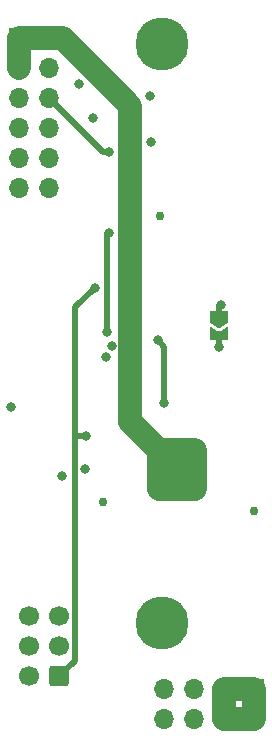
<source format=gbr>
%TF.GenerationSoftware,KiCad,Pcbnew,8.0.6*%
%TF.CreationDate,2025-02-12T14:43:40-05:00*%
%TF.ProjectId,PwrModule,5077724d-6f64-4756-9c65-2e6b69636164,rev?*%
%TF.SameCoordinates,Original*%
%TF.FileFunction,Copper,L1,Top*%
%TF.FilePolarity,Positive*%
%FSLAX46Y46*%
G04 Gerber Fmt 4.6, Leading zero omitted, Abs format (unit mm)*
G04 Created by KiCad (PCBNEW 8.0.6) date 2025-02-12 14:43:40*
%MOMM*%
%LPD*%
G01*
G04 APERTURE LIST*
G04 Aperture macros list*
%AMRoundRect*
0 Rectangle with rounded corners*
0 $1 Rounding radius*
0 $2 $3 $4 $5 $6 $7 $8 $9 X,Y pos of 4 corners*
0 Add a 4 corners polygon primitive as box body*
4,1,4,$2,$3,$4,$5,$6,$7,$8,$9,$2,$3,0*
0 Add four circle primitives for the rounded corners*
1,1,$1+$1,$2,$3*
1,1,$1+$1,$4,$5*
1,1,$1+$1,$6,$7*
1,1,$1+$1,$8,$9*
0 Add four rect primitives between the rounded corners*
20,1,$1+$1,$2,$3,$4,$5,0*
20,1,$1+$1,$4,$5,$6,$7,0*
20,1,$1+$1,$6,$7,$8,$9,0*
20,1,$1+$1,$8,$9,$2,$3,0*%
%AMFreePoly0*
4,1,6,1.000000,0.000000,0.500000,-0.750000,-0.500000,-0.750000,-0.500000,0.750000,0.500000,0.750000,1.000000,0.000000,1.000000,0.000000,$1*%
%AMFreePoly1*
4,1,6,0.500000,-0.750000,-0.650000,-0.750000,-0.150000,0.000000,-0.650000,0.750000,0.500000,0.750000,0.500000,-0.750000,0.500000,-0.750000,$1*%
G04 Aperture macros list end*
%TA.AperFunction,ComponentPad*%
%ADD10R,1.700000X1.700000*%
%TD*%
%TA.AperFunction,ComponentPad*%
%ADD11O,1.700000X1.700000*%
%TD*%
%TA.AperFunction,SMDPad,CuDef*%
%ADD12C,0.750000*%
%TD*%
%TA.AperFunction,ComponentPad*%
%ADD13C,4.500000*%
%TD*%
%TA.AperFunction,ComponentPad*%
%ADD14RoundRect,0.250000X0.600000X0.600000X-0.600000X0.600000X-0.600000X-0.600000X0.600000X-0.600000X0*%
%TD*%
%TA.AperFunction,ComponentPad*%
%ADD15C,1.700000*%
%TD*%
%TA.AperFunction,SMDPad,CuDef*%
%ADD16FreePoly0,270.000000*%
%TD*%
%TA.AperFunction,SMDPad,CuDef*%
%ADD17FreePoly1,270.000000*%
%TD*%
%TA.AperFunction,ViaPad*%
%ADD18C,0.800000*%
%TD*%
%TA.AperFunction,Conductor*%
%ADD19C,0.500000*%
%TD*%
%TA.AperFunction,Conductor*%
%ADD20C,2.000000*%
%TD*%
G04 APERTURE END LIST*
D10*
%TO.P,J14,1,Pin_1*%
%TO.N,VCC*%
X124000000Y-98100000D03*
D11*
%TO.P,J14,2,Pin_2*%
X124000000Y-100640000D03*
%TO.P,J14,3,Pin_3*%
X121460000Y-98100000D03*
%TO.P,J14,4,Pin_4*%
X121460000Y-100640000D03*
%TO.P,J14,5,Pin_5*%
%TO.N,GND*%
X118920000Y-98100000D03*
%TO.P,J14,6,Pin_6*%
X118920000Y-100640000D03*
%TO.P,J14,7,Pin_7*%
X116380000Y-98100000D03*
%TO.P,J14,8,Pin_8*%
X116380000Y-100640000D03*
%TD*%
D12*
%TO.P,FID2,*%
%TO.N,*%
X124000000Y-83000000D03*
%TD*%
D10*
%TO.P,J11,1,Pin_1*%
%TO.N,+5V*%
X104050000Y-42975000D03*
D11*
%TO.P,J11,2,Pin_2*%
X106590000Y-42975000D03*
%TO.P,J11,3,Pin_3*%
X104050000Y-45515000D03*
%TO.P,J11,4,Pin_4*%
%TO.N,UPDI*%
X106590000Y-45515000D03*
%TO.P,J11,5,Pin_5*%
%TO.N,Net-(J11-Pin_5)*%
X104050000Y-48055000D03*
%TO.P,J11,6,Pin_6*%
%TO.N,Net-(J11-Pin_6)*%
X106590000Y-48055000D03*
%TO.P,J11,7,Pin_7*%
%TO.N,Red*%
X104050000Y-50595000D03*
%TO.P,J11,8,Pin_8*%
%TO.N,Green*%
X106590000Y-50595000D03*
%TO.P,J11,9,Pin_9*%
%TO.N,Net-(J11-Pin_9)*%
X104050000Y-53135000D03*
%TO.P,J11,10,Pin_10*%
%TO.N,GND*%
X106590000Y-53135000D03*
%TO.P,J11,11,Pin_11*%
X104050000Y-55675000D03*
%TO.P,J11,12,Pin_12*%
X106590000Y-55675000D03*
%TD*%
D13*
%TO.P,H5,1*%
%TO.N,N/C*%
X116200000Y-92480000D03*
%TD*%
D14*
%TO.P,J1,1,Pin_1*%
%TO.N,VCC_*%
X107500000Y-97000000D03*
D15*
%TO.P,J1,2,Pin_2*%
%TO.N,Red*%
X104960000Y-97000000D03*
%TO.P,J1,3,Pin_3*%
%TO.N,Green*%
X107500000Y-94460000D03*
%TO.P,J1,4,Pin_4*%
%TO.N,Blue*%
X104960000Y-94460000D03*
%TO.P,J1,5,Pin_5*%
%TO.N,Signal*%
X107500000Y-91920000D03*
%TO.P,J1,6,Pin_6*%
%TO.N,GND*%
X104960000Y-91920000D03*
%TD*%
D16*
%TO.P,JP1,1,A*%
%TO.N,Net-(JP1-A)*%
X121000000Y-66550000D03*
D17*
%TO.P,JP1,2,B*%
%TO.N,GND*%
X121000000Y-68000000D03*
%TD*%
D12*
%TO.P,FID6,*%
%TO.N,*%
X111200000Y-82200000D03*
%TD*%
D13*
%TO.P,H1,1*%
%TO.N,N/C*%
X116200000Y-43480000D03*
%TD*%
D12*
%TO.P,FID4,*%
%TO.N,*%
X116000000Y-58000000D03*
%TD*%
D18*
%TO.N,GND*%
X121000000Y-69100000D03*
X115290000Y-51740000D03*
X109170000Y-46870000D03*
X115180000Y-47860000D03*
X107750000Y-80000000D03*
%TO.N,Pwr_off*%
X110330000Y-49740000D03*
X111920000Y-69027171D03*
%TO.N,Pwr_mon*%
X111570000Y-67850000D03*
X111720000Y-59450000D03*
%TO.N,Signal*%
X109650000Y-79450000D03*
X103425000Y-74230001D03*
%TO.N,+5V*%
X115905000Y-81165000D03*
X115905000Y-77815000D03*
X117430000Y-79490000D03*
X118955000Y-81165000D03*
X118955000Y-77815000D03*
%TO.N,Net-(JP1-A)*%
X116400000Y-73850000D03*
X121170000Y-65590000D03*
X115810000Y-68540000D03*
%TO.N,UPDI*%
X111490000Y-69930000D03*
%TO.N,VCC_*%
X110490000Y-64080000D03*
X109740000Y-76650000D03*
%TO.N,Net-(J11-Pin_6)*%
X111680000Y-52630000D03*
%TD*%
D19*
%TO.N,GND*%
X121000000Y-69100000D02*
X121000000Y-68004903D01*
%TO.N,Pwr_mon*%
X111570000Y-67850000D02*
X111570000Y-59600000D01*
X111570000Y-59600000D02*
X111720000Y-59450000D01*
D20*
%TO.N,VCC*%
X121460000Y-98100000D02*
X124000000Y-98100000D01*
X121460000Y-98100000D02*
X121460000Y-100640000D01*
X124000000Y-98100000D02*
X124000000Y-100640000D01*
X121460000Y-100640000D02*
X124000000Y-100640000D01*
%TO.N,+5V*%
X113520000Y-48702919D02*
X113520000Y-75430000D01*
X118955000Y-77965000D02*
X117430000Y-79490000D01*
X104050000Y-42975000D02*
X106590000Y-42975000D01*
X113520000Y-75430000D02*
X115905000Y-77815000D01*
X118955000Y-77815000D02*
X118955000Y-77965000D01*
X106590000Y-42975000D02*
X107792081Y-42975000D01*
X115905000Y-81165000D02*
X118955000Y-81165000D01*
X107792081Y-42975000D02*
X113520000Y-48702919D01*
X115905000Y-77815000D02*
X118955000Y-77815000D01*
X118955000Y-81165000D02*
X118955000Y-77815000D01*
X115905000Y-77815000D02*
X115905000Y-81165000D01*
X104050000Y-45515000D02*
X104050000Y-42975000D01*
D19*
%TO.N,Net-(JP1-A)*%
X121000000Y-65760000D02*
X121170000Y-65590000D01*
X116400000Y-69130000D02*
X115810000Y-68540000D01*
X116400000Y-73850000D02*
X116400000Y-69130000D01*
X121000000Y-66550000D02*
X121000000Y-65760000D01*
%TO.N,VCC_*%
X107500000Y-97000000D02*
X108800000Y-95700000D01*
X108800000Y-76670000D02*
X108800000Y-65770000D01*
X108820000Y-76650000D02*
X108800000Y-76670000D01*
X108800000Y-95700000D02*
X108800000Y-76670000D01*
X108800000Y-65770000D02*
X110490000Y-64080000D01*
X109740000Y-76650000D02*
X108820000Y-76650000D01*
%TO.N,Net-(J11-Pin_6)*%
X111680000Y-52630000D02*
X111165000Y-52630000D01*
X111165000Y-52630000D02*
X106590000Y-48055000D01*
%TD*%
M02*

</source>
